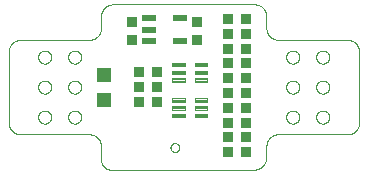
<source format=gtp>
G75*
%MOIN*%
%OFA0B0*%
%FSLAX25Y25*%
%IPPOS*%
%LPD*%
%AMOC8*
5,1,8,0,0,1.08239X$1,22.5*
%
%ADD10C,0.00000*%
%ADD11R,0.04724X0.04724*%
%ADD12R,0.03543X0.03543*%
%ADD13C,0.00394*%
%ADD14C,0.00004*%
%ADD15R,0.04724X0.02165*%
D10*
X0045791Y0032012D02*
X0045915Y0032010D01*
X0046038Y0032004D01*
X0046162Y0031995D01*
X0046284Y0031981D01*
X0046407Y0031964D01*
X0046529Y0031942D01*
X0046650Y0031917D01*
X0046770Y0031888D01*
X0046889Y0031856D01*
X0047008Y0031819D01*
X0047125Y0031779D01*
X0047240Y0031736D01*
X0047355Y0031688D01*
X0047467Y0031637D01*
X0047578Y0031583D01*
X0047688Y0031525D01*
X0047795Y0031464D01*
X0047901Y0031399D01*
X0048004Y0031331D01*
X0048105Y0031260D01*
X0048204Y0031186D01*
X0048301Y0031109D01*
X0048395Y0031028D01*
X0048486Y0030945D01*
X0048575Y0030859D01*
X0048661Y0030770D01*
X0048744Y0030679D01*
X0048825Y0030585D01*
X0048902Y0030488D01*
X0048976Y0030389D01*
X0049047Y0030288D01*
X0049115Y0030185D01*
X0049180Y0030079D01*
X0049241Y0029972D01*
X0049299Y0029862D01*
X0049353Y0029751D01*
X0049404Y0029639D01*
X0049452Y0029524D01*
X0049495Y0029409D01*
X0049535Y0029292D01*
X0049572Y0029173D01*
X0049604Y0029054D01*
X0049633Y0028934D01*
X0049658Y0028813D01*
X0049680Y0028691D01*
X0049697Y0028568D01*
X0049711Y0028446D01*
X0049720Y0028322D01*
X0049726Y0028199D01*
X0049728Y0028075D01*
X0049728Y0024138D01*
X0049713Y0024023D01*
X0049703Y0023907D01*
X0049696Y0023791D01*
X0049693Y0023675D01*
X0049694Y0023558D01*
X0049699Y0023442D01*
X0049708Y0023326D01*
X0049720Y0023211D01*
X0049737Y0023095D01*
X0049757Y0022981D01*
X0049781Y0022867D01*
X0049809Y0022754D01*
X0049841Y0022642D01*
X0049876Y0022532D01*
X0049915Y0022422D01*
X0049958Y0022314D01*
X0050004Y0022207D01*
X0050054Y0022102D01*
X0050108Y0021999D01*
X0050164Y0021897D01*
X0050224Y0021798D01*
X0050288Y0021700D01*
X0050354Y0021605D01*
X0050424Y0021512D01*
X0050497Y0021421D01*
X0050573Y0021333D01*
X0050652Y0021247D01*
X0050733Y0021164D01*
X0050818Y0021084D01*
X0050904Y0021007D01*
X0050994Y0020933D01*
X0051086Y0020861D01*
X0051180Y0020793D01*
X0051276Y0020728D01*
X0051375Y0020666D01*
X0051476Y0020608D01*
X0051578Y0020553D01*
X0051682Y0020501D01*
X0051788Y0020453D01*
X0051896Y0020409D01*
X0052005Y0020368D01*
X0052115Y0020331D01*
X0052226Y0020297D01*
X0052338Y0020268D01*
X0052452Y0020242D01*
X0052566Y0020219D01*
X0052681Y0020201D01*
X0099925Y0020201D01*
X0100056Y0020189D01*
X0100188Y0020180D01*
X0100320Y0020175D01*
X0100452Y0020174D01*
X0100584Y0020177D01*
X0100716Y0020184D01*
X0100848Y0020195D01*
X0100979Y0020210D01*
X0101110Y0020228D01*
X0101240Y0020251D01*
X0101369Y0020277D01*
X0101498Y0020307D01*
X0101625Y0020341D01*
X0101752Y0020379D01*
X0101877Y0020420D01*
X0102002Y0020465D01*
X0102124Y0020514D01*
X0102245Y0020566D01*
X0102365Y0020622D01*
X0102483Y0020682D01*
X0102599Y0020745D01*
X0102713Y0020811D01*
X0102825Y0020881D01*
X0102935Y0020954D01*
X0103043Y0021030D01*
X0103149Y0021110D01*
X0103252Y0021192D01*
X0103353Y0021278D01*
X0103451Y0021366D01*
X0103546Y0021457D01*
X0103639Y0021552D01*
X0103728Y0021648D01*
X0103815Y0021748D01*
X0103899Y0021850D01*
X0103980Y0021954D01*
X0104058Y0022061D01*
X0104132Y0022170D01*
X0104204Y0022281D01*
X0104272Y0022394D01*
X0104336Y0022510D01*
X0104397Y0022627D01*
X0104455Y0022745D01*
X0104509Y0022866D01*
X0104559Y0022988D01*
X0104606Y0023111D01*
X0104649Y0023236D01*
X0104689Y0023362D01*
X0104725Y0023489D01*
X0104756Y0023618D01*
X0104785Y0023747D01*
X0104809Y0023876D01*
X0104829Y0024007D01*
X0104846Y0024138D01*
X0104846Y0028075D01*
X0104848Y0028199D01*
X0104854Y0028322D01*
X0104863Y0028446D01*
X0104877Y0028568D01*
X0104894Y0028691D01*
X0104916Y0028813D01*
X0104941Y0028934D01*
X0104970Y0029054D01*
X0105002Y0029173D01*
X0105039Y0029292D01*
X0105079Y0029409D01*
X0105122Y0029524D01*
X0105170Y0029639D01*
X0105221Y0029751D01*
X0105275Y0029862D01*
X0105333Y0029972D01*
X0105394Y0030079D01*
X0105459Y0030185D01*
X0105527Y0030288D01*
X0105598Y0030389D01*
X0105672Y0030488D01*
X0105749Y0030585D01*
X0105830Y0030679D01*
X0105913Y0030770D01*
X0105999Y0030859D01*
X0106088Y0030945D01*
X0106179Y0031028D01*
X0106273Y0031109D01*
X0106370Y0031186D01*
X0106469Y0031260D01*
X0106570Y0031331D01*
X0106673Y0031399D01*
X0106779Y0031464D01*
X0106886Y0031525D01*
X0106996Y0031583D01*
X0107107Y0031637D01*
X0107219Y0031688D01*
X0107334Y0031736D01*
X0107449Y0031779D01*
X0107566Y0031819D01*
X0107685Y0031856D01*
X0107804Y0031888D01*
X0107924Y0031917D01*
X0108045Y0031942D01*
X0108167Y0031964D01*
X0108290Y0031981D01*
X0108412Y0031995D01*
X0108536Y0032004D01*
X0108659Y0032010D01*
X0108783Y0032012D01*
X0131815Y0032012D01*
X0131939Y0032014D01*
X0132062Y0032020D01*
X0132186Y0032029D01*
X0132308Y0032043D01*
X0132431Y0032060D01*
X0132553Y0032082D01*
X0132674Y0032107D01*
X0132794Y0032136D01*
X0132913Y0032168D01*
X0133032Y0032205D01*
X0133149Y0032245D01*
X0133264Y0032288D01*
X0133379Y0032336D01*
X0133491Y0032387D01*
X0133602Y0032441D01*
X0133712Y0032499D01*
X0133819Y0032560D01*
X0133925Y0032625D01*
X0134028Y0032693D01*
X0134129Y0032764D01*
X0134228Y0032838D01*
X0134325Y0032915D01*
X0134419Y0032996D01*
X0134510Y0033079D01*
X0134599Y0033165D01*
X0134685Y0033254D01*
X0134768Y0033345D01*
X0134849Y0033439D01*
X0134926Y0033536D01*
X0135000Y0033635D01*
X0135071Y0033736D01*
X0135139Y0033839D01*
X0135204Y0033945D01*
X0135265Y0034052D01*
X0135323Y0034162D01*
X0135377Y0034273D01*
X0135428Y0034385D01*
X0135476Y0034500D01*
X0135519Y0034615D01*
X0135559Y0034732D01*
X0135596Y0034851D01*
X0135628Y0034970D01*
X0135657Y0035090D01*
X0135682Y0035211D01*
X0135704Y0035333D01*
X0135721Y0035456D01*
X0135735Y0035578D01*
X0135744Y0035702D01*
X0135750Y0035825D01*
X0135752Y0035949D01*
X0135752Y0059571D01*
X0135750Y0059695D01*
X0135744Y0059818D01*
X0135735Y0059942D01*
X0135721Y0060064D01*
X0135704Y0060187D01*
X0135682Y0060309D01*
X0135657Y0060430D01*
X0135628Y0060550D01*
X0135596Y0060669D01*
X0135559Y0060788D01*
X0135519Y0060905D01*
X0135476Y0061020D01*
X0135428Y0061135D01*
X0135377Y0061247D01*
X0135323Y0061358D01*
X0135265Y0061468D01*
X0135204Y0061575D01*
X0135139Y0061681D01*
X0135071Y0061784D01*
X0135000Y0061885D01*
X0134926Y0061984D01*
X0134849Y0062081D01*
X0134768Y0062175D01*
X0134685Y0062266D01*
X0134599Y0062355D01*
X0134510Y0062441D01*
X0134419Y0062524D01*
X0134325Y0062605D01*
X0134228Y0062682D01*
X0134129Y0062756D01*
X0134028Y0062827D01*
X0133925Y0062895D01*
X0133819Y0062960D01*
X0133712Y0063021D01*
X0133602Y0063079D01*
X0133491Y0063133D01*
X0133379Y0063184D01*
X0133264Y0063232D01*
X0133149Y0063275D01*
X0133032Y0063315D01*
X0132913Y0063352D01*
X0132794Y0063384D01*
X0132674Y0063413D01*
X0132553Y0063438D01*
X0132431Y0063460D01*
X0132308Y0063477D01*
X0132186Y0063491D01*
X0132062Y0063500D01*
X0131939Y0063506D01*
X0131815Y0063508D01*
X0108783Y0063508D01*
X0108659Y0063510D01*
X0108536Y0063516D01*
X0108412Y0063525D01*
X0108290Y0063539D01*
X0108167Y0063556D01*
X0108045Y0063578D01*
X0107924Y0063603D01*
X0107804Y0063632D01*
X0107685Y0063664D01*
X0107566Y0063701D01*
X0107449Y0063741D01*
X0107334Y0063784D01*
X0107219Y0063832D01*
X0107107Y0063883D01*
X0106996Y0063937D01*
X0106886Y0063995D01*
X0106779Y0064056D01*
X0106673Y0064121D01*
X0106570Y0064189D01*
X0106469Y0064260D01*
X0106370Y0064334D01*
X0106273Y0064411D01*
X0106179Y0064492D01*
X0106088Y0064575D01*
X0105999Y0064661D01*
X0105913Y0064750D01*
X0105830Y0064841D01*
X0105749Y0064935D01*
X0105672Y0065032D01*
X0105598Y0065131D01*
X0105527Y0065232D01*
X0105459Y0065335D01*
X0105394Y0065441D01*
X0105333Y0065548D01*
X0105275Y0065658D01*
X0105221Y0065769D01*
X0105170Y0065881D01*
X0105122Y0065996D01*
X0105079Y0066111D01*
X0105039Y0066228D01*
X0105002Y0066347D01*
X0104970Y0066466D01*
X0104941Y0066586D01*
X0104916Y0066707D01*
X0104894Y0066829D01*
X0104877Y0066952D01*
X0104863Y0067074D01*
X0104854Y0067198D01*
X0104848Y0067321D01*
X0104846Y0067445D01*
X0104846Y0071382D01*
X0104844Y0071506D01*
X0104838Y0071629D01*
X0104829Y0071753D01*
X0104815Y0071875D01*
X0104798Y0071998D01*
X0104776Y0072120D01*
X0104751Y0072241D01*
X0104722Y0072361D01*
X0104690Y0072480D01*
X0104653Y0072599D01*
X0104613Y0072716D01*
X0104570Y0072831D01*
X0104522Y0072946D01*
X0104471Y0073058D01*
X0104417Y0073169D01*
X0104359Y0073279D01*
X0104298Y0073386D01*
X0104233Y0073492D01*
X0104165Y0073595D01*
X0104094Y0073696D01*
X0104020Y0073795D01*
X0103943Y0073892D01*
X0103862Y0073986D01*
X0103779Y0074077D01*
X0103693Y0074166D01*
X0103604Y0074252D01*
X0103513Y0074335D01*
X0103419Y0074416D01*
X0103322Y0074493D01*
X0103223Y0074567D01*
X0103122Y0074638D01*
X0103019Y0074706D01*
X0102913Y0074771D01*
X0102806Y0074832D01*
X0102696Y0074890D01*
X0102585Y0074944D01*
X0102473Y0074995D01*
X0102358Y0075043D01*
X0102243Y0075086D01*
X0102126Y0075126D01*
X0102007Y0075163D01*
X0101888Y0075195D01*
X0101768Y0075224D01*
X0101647Y0075249D01*
X0101525Y0075271D01*
X0101402Y0075288D01*
X0101280Y0075302D01*
X0101156Y0075311D01*
X0101033Y0075317D01*
X0100909Y0075319D01*
X0053665Y0075319D01*
X0053541Y0075317D01*
X0053418Y0075311D01*
X0053294Y0075302D01*
X0053172Y0075288D01*
X0053049Y0075271D01*
X0052927Y0075249D01*
X0052806Y0075224D01*
X0052686Y0075195D01*
X0052567Y0075163D01*
X0052448Y0075126D01*
X0052331Y0075086D01*
X0052216Y0075043D01*
X0052101Y0074995D01*
X0051989Y0074944D01*
X0051878Y0074890D01*
X0051768Y0074832D01*
X0051661Y0074771D01*
X0051555Y0074706D01*
X0051452Y0074638D01*
X0051351Y0074567D01*
X0051252Y0074493D01*
X0051155Y0074416D01*
X0051061Y0074335D01*
X0050970Y0074252D01*
X0050881Y0074166D01*
X0050795Y0074077D01*
X0050712Y0073986D01*
X0050631Y0073892D01*
X0050554Y0073795D01*
X0050480Y0073696D01*
X0050409Y0073595D01*
X0050341Y0073492D01*
X0050276Y0073386D01*
X0050215Y0073279D01*
X0050157Y0073169D01*
X0050103Y0073058D01*
X0050052Y0072946D01*
X0050004Y0072831D01*
X0049961Y0072716D01*
X0049921Y0072599D01*
X0049884Y0072480D01*
X0049852Y0072361D01*
X0049823Y0072241D01*
X0049798Y0072120D01*
X0049776Y0071998D01*
X0049759Y0071875D01*
X0049745Y0071753D01*
X0049736Y0071629D01*
X0049730Y0071506D01*
X0049728Y0071382D01*
X0049728Y0067445D01*
X0049726Y0067321D01*
X0049720Y0067198D01*
X0049711Y0067074D01*
X0049697Y0066952D01*
X0049680Y0066829D01*
X0049658Y0066707D01*
X0049633Y0066586D01*
X0049604Y0066466D01*
X0049572Y0066347D01*
X0049535Y0066228D01*
X0049495Y0066111D01*
X0049452Y0065996D01*
X0049404Y0065881D01*
X0049353Y0065769D01*
X0049299Y0065658D01*
X0049241Y0065548D01*
X0049180Y0065441D01*
X0049115Y0065335D01*
X0049047Y0065232D01*
X0048976Y0065131D01*
X0048902Y0065032D01*
X0048825Y0064935D01*
X0048744Y0064841D01*
X0048661Y0064750D01*
X0048575Y0064661D01*
X0048486Y0064575D01*
X0048395Y0064492D01*
X0048301Y0064411D01*
X0048204Y0064334D01*
X0048105Y0064260D01*
X0048004Y0064189D01*
X0047901Y0064121D01*
X0047795Y0064056D01*
X0047688Y0063995D01*
X0047578Y0063937D01*
X0047467Y0063883D01*
X0047355Y0063832D01*
X0047240Y0063784D01*
X0047125Y0063741D01*
X0047008Y0063701D01*
X0046889Y0063664D01*
X0046770Y0063632D01*
X0046650Y0063603D01*
X0046529Y0063578D01*
X0046407Y0063556D01*
X0046284Y0063539D01*
X0046162Y0063525D01*
X0046038Y0063516D01*
X0045915Y0063510D01*
X0045791Y0063508D01*
X0022898Y0063508D01*
X0022774Y0063506D01*
X0022651Y0063500D01*
X0022527Y0063491D01*
X0022405Y0063477D01*
X0022282Y0063460D01*
X0022160Y0063438D01*
X0022039Y0063413D01*
X0021919Y0063384D01*
X0021800Y0063352D01*
X0021681Y0063315D01*
X0021564Y0063275D01*
X0021449Y0063232D01*
X0021334Y0063184D01*
X0021222Y0063133D01*
X0021111Y0063079D01*
X0021001Y0063021D01*
X0020894Y0062960D01*
X0020788Y0062895D01*
X0020685Y0062827D01*
X0020584Y0062756D01*
X0020485Y0062682D01*
X0020388Y0062605D01*
X0020294Y0062524D01*
X0020203Y0062441D01*
X0020114Y0062355D01*
X0020028Y0062266D01*
X0019945Y0062175D01*
X0019864Y0062081D01*
X0019787Y0061984D01*
X0019713Y0061885D01*
X0019642Y0061784D01*
X0019574Y0061681D01*
X0019509Y0061575D01*
X0019448Y0061468D01*
X0019390Y0061358D01*
X0019336Y0061247D01*
X0019285Y0061135D01*
X0019237Y0061020D01*
X0019194Y0060905D01*
X0019154Y0060788D01*
X0019117Y0060669D01*
X0019085Y0060550D01*
X0019056Y0060430D01*
X0019031Y0060309D01*
X0019009Y0060187D01*
X0018992Y0060064D01*
X0018978Y0059942D01*
X0018969Y0059818D01*
X0018963Y0059695D01*
X0018961Y0059571D01*
X0018961Y0035949D01*
X0018963Y0035825D01*
X0018969Y0035702D01*
X0018978Y0035578D01*
X0018992Y0035456D01*
X0019009Y0035333D01*
X0019031Y0035211D01*
X0019056Y0035090D01*
X0019085Y0034970D01*
X0019117Y0034851D01*
X0019154Y0034732D01*
X0019194Y0034615D01*
X0019237Y0034500D01*
X0019285Y0034385D01*
X0019336Y0034273D01*
X0019390Y0034162D01*
X0019448Y0034052D01*
X0019509Y0033945D01*
X0019574Y0033839D01*
X0019642Y0033736D01*
X0019713Y0033635D01*
X0019787Y0033536D01*
X0019864Y0033439D01*
X0019945Y0033345D01*
X0020028Y0033254D01*
X0020114Y0033165D01*
X0020203Y0033079D01*
X0020294Y0032996D01*
X0020388Y0032915D01*
X0020485Y0032838D01*
X0020584Y0032764D01*
X0020685Y0032693D01*
X0020788Y0032625D01*
X0020894Y0032560D01*
X0021001Y0032499D01*
X0021111Y0032441D01*
X0021222Y0032387D01*
X0021334Y0032336D01*
X0021449Y0032288D01*
X0021564Y0032245D01*
X0021681Y0032205D01*
X0021800Y0032168D01*
X0021919Y0032136D01*
X0022039Y0032107D01*
X0022160Y0032082D01*
X0022282Y0032060D01*
X0022405Y0032043D01*
X0022527Y0032029D01*
X0022651Y0032020D01*
X0022774Y0032014D01*
X0022898Y0032012D01*
X0045791Y0032012D01*
X0038784Y0037760D02*
X0038786Y0037853D01*
X0038792Y0037945D01*
X0038802Y0038037D01*
X0038816Y0038128D01*
X0038833Y0038219D01*
X0038855Y0038309D01*
X0038880Y0038398D01*
X0038909Y0038486D01*
X0038942Y0038572D01*
X0038979Y0038657D01*
X0039019Y0038741D01*
X0039063Y0038822D01*
X0039110Y0038902D01*
X0039160Y0038980D01*
X0039214Y0039055D01*
X0039271Y0039128D01*
X0039331Y0039198D01*
X0039394Y0039266D01*
X0039460Y0039331D01*
X0039528Y0039393D01*
X0039599Y0039453D01*
X0039673Y0039509D01*
X0039749Y0039562D01*
X0039827Y0039611D01*
X0039907Y0039658D01*
X0039989Y0039700D01*
X0040073Y0039740D01*
X0040158Y0039775D01*
X0040245Y0039807D01*
X0040333Y0039836D01*
X0040422Y0039860D01*
X0040512Y0039881D01*
X0040603Y0039897D01*
X0040695Y0039910D01*
X0040787Y0039919D01*
X0040880Y0039924D01*
X0040972Y0039925D01*
X0041065Y0039922D01*
X0041157Y0039915D01*
X0041249Y0039904D01*
X0041340Y0039889D01*
X0041431Y0039871D01*
X0041521Y0039848D01*
X0041609Y0039822D01*
X0041697Y0039792D01*
X0041783Y0039758D01*
X0041867Y0039721D01*
X0041950Y0039679D01*
X0042031Y0039635D01*
X0042111Y0039587D01*
X0042188Y0039536D01*
X0042262Y0039481D01*
X0042335Y0039423D01*
X0042405Y0039363D01*
X0042472Y0039299D01*
X0042536Y0039233D01*
X0042598Y0039163D01*
X0042656Y0039092D01*
X0042711Y0039018D01*
X0042763Y0038941D01*
X0042812Y0038862D01*
X0042858Y0038782D01*
X0042900Y0038699D01*
X0042938Y0038615D01*
X0042973Y0038529D01*
X0043004Y0038442D01*
X0043031Y0038354D01*
X0043054Y0038264D01*
X0043074Y0038174D01*
X0043090Y0038083D01*
X0043102Y0037991D01*
X0043110Y0037899D01*
X0043114Y0037806D01*
X0043114Y0037714D01*
X0043110Y0037621D01*
X0043102Y0037529D01*
X0043090Y0037437D01*
X0043074Y0037346D01*
X0043054Y0037256D01*
X0043031Y0037166D01*
X0043004Y0037078D01*
X0042973Y0036991D01*
X0042938Y0036905D01*
X0042900Y0036821D01*
X0042858Y0036738D01*
X0042812Y0036658D01*
X0042763Y0036579D01*
X0042711Y0036502D01*
X0042656Y0036428D01*
X0042598Y0036357D01*
X0042536Y0036287D01*
X0042472Y0036221D01*
X0042405Y0036157D01*
X0042335Y0036097D01*
X0042262Y0036039D01*
X0042188Y0035984D01*
X0042111Y0035933D01*
X0042032Y0035885D01*
X0041950Y0035841D01*
X0041867Y0035799D01*
X0041783Y0035762D01*
X0041697Y0035728D01*
X0041609Y0035698D01*
X0041521Y0035672D01*
X0041431Y0035649D01*
X0041340Y0035631D01*
X0041249Y0035616D01*
X0041157Y0035605D01*
X0041065Y0035598D01*
X0040972Y0035595D01*
X0040880Y0035596D01*
X0040787Y0035601D01*
X0040695Y0035610D01*
X0040603Y0035623D01*
X0040512Y0035639D01*
X0040422Y0035660D01*
X0040333Y0035684D01*
X0040245Y0035713D01*
X0040158Y0035745D01*
X0040073Y0035780D01*
X0039989Y0035820D01*
X0039907Y0035862D01*
X0039827Y0035909D01*
X0039749Y0035958D01*
X0039673Y0036011D01*
X0039599Y0036067D01*
X0039528Y0036127D01*
X0039460Y0036189D01*
X0039394Y0036254D01*
X0039331Y0036322D01*
X0039271Y0036392D01*
X0039214Y0036465D01*
X0039160Y0036540D01*
X0039110Y0036618D01*
X0039063Y0036698D01*
X0039019Y0036779D01*
X0038979Y0036863D01*
X0038942Y0036948D01*
X0038909Y0037034D01*
X0038880Y0037122D01*
X0038855Y0037211D01*
X0038833Y0037301D01*
X0038816Y0037392D01*
X0038802Y0037483D01*
X0038792Y0037575D01*
X0038786Y0037667D01*
X0038784Y0037760D01*
X0028784Y0037760D02*
X0028786Y0037853D01*
X0028792Y0037945D01*
X0028802Y0038037D01*
X0028816Y0038128D01*
X0028833Y0038219D01*
X0028855Y0038309D01*
X0028880Y0038398D01*
X0028909Y0038486D01*
X0028942Y0038572D01*
X0028979Y0038657D01*
X0029019Y0038741D01*
X0029063Y0038822D01*
X0029110Y0038902D01*
X0029160Y0038980D01*
X0029214Y0039055D01*
X0029271Y0039128D01*
X0029331Y0039198D01*
X0029394Y0039266D01*
X0029460Y0039331D01*
X0029528Y0039393D01*
X0029599Y0039453D01*
X0029673Y0039509D01*
X0029749Y0039562D01*
X0029827Y0039611D01*
X0029907Y0039658D01*
X0029989Y0039700D01*
X0030073Y0039740D01*
X0030158Y0039775D01*
X0030245Y0039807D01*
X0030333Y0039836D01*
X0030422Y0039860D01*
X0030512Y0039881D01*
X0030603Y0039897D01*
X0030695Y0039910D01*
X0030787Y0039919D01*
X0030880Y0039924D01*
X0030972Y0039925D01*
X0031065Y0039922D01*
X0031157Y0039915D01*
X0031249Y0039904D01*
X0031340Y0039889D01*
X0031431Y0039871D01*
X0031521Y0039848D01*
X0031609Y0039822D01*
X0031697Y0039792D01*
X0031783Y0039758D01*
X0031867Y0039721D01*
X0031950Y0039679D01*
X0032031Y0039635D01*
X0032111Y0039587D01*
X0032188Y0039536D01*
X0032262Y0039481D01*
X0032335Y0039423D01*
X0032405Y0039363D01*
X0032472Y0039299D01*
X0032536Y0039233D01*
X0032598Y0039163D01*
X0032656Y0039092D01*
X0032711Y0039018D01*
X0032763Y0038941D01*
X0032812Y0038862D01*
X0032858Y0038782D01*
X0032900Y0038699D01*
X0032938Y0038615D01*
X0032973Y0038529D01*
X0033004Y0038442D01*
X0033031Y0038354D01*
X0033054Y0038264D01*
X0033074Y0038174D01*
X0033090Y0038083D01*
X0033102Y0037991D01*
X0033110Y0037899D01*
X0033114Y0037806D01*
X0033114Y0037714D01*
X0033110Y0037621D01*
X0033102Y0037529D01*
X0033090Y0037437D01*
X0033074Y0037346D01*
X0033054Y0037256D01*
X0033031Y0037166D01*
X0033004Y0037078D01*
X0032973Y0036991D01*
X0032938Y0036905D01*
X0032900Y0036821D01*
X0032858Y0036738D01*
X0032812Y0036658D01*
X0032763Y0036579D01*
X0032711Y0036502D01*
X0032656Y0036428D01*
X0032598Y0036357D01*
X0032536Y0036287D01*
X0032472Y0036221D01*
X0032405Y0036157D01*
X0032335Y0036097D01*
X0032262Y0036039D01*
X0032188Y0035984D01*
X0032111Y0035933D01*
X0032032Y0035885D01*
X0031950Y0035841D01*
X0031867Y0035799D01*
X0031783Y0035762D01*
X0031697Y0035728D01*
X0031609Y0035698D01*
X0031521Y0035672D01*
X0031431Y0035649D01*
X0031340Y0035631D01*
X0031249Y0035616D01*
X0031157Y0035605D01*
X0031065Y0035598D01*
X0030972Y0035595D01*
X0030880Y0035596D01*
X0030787Y0035601D01*
X0030695Y0035610D01*
X0030603Y0035623D01*
X0030512Y0035639D01*
X0030422Y0035660D01*
X0030333Y0035684D01*
X0030245Y0035713D01*
X0030158Y0035745D01*
X0030073Y0035780D01*
X0029989Y0035820D01*
X0029907Y0035862D01*
X0029827Y0035909D01*
X0029749Y0035958D01*
X0029673Y0036011D01*
X0029599Y0036067D01*
X0029528Y0036127D01*
X0029460Y0036189D01*
X0029394Y0036254D01*
X0029331Y0036322D01*
X0029271Y0036392D01*
X0029214Y0036465D01*
X0029160Y0036540D01*
X0029110Y0036618D01*
X0029063Y0036698D01*
X0029019Y0036779D01*
X0028979Y0036863D01*
X0028942Y0036948D01*
X0028909Y0037034D01*
X0028880Y0037122D01*
X0028855Y0037211D01*
X0028833Y0037301D01*
X0028816Y0037392D01*
X0028802Y0037483D01*
X0028792Y0037575D01*
X0028786Y0037667D01*
X0028784Y0037760D01*
X0028784Y0047760D02*
X0028786Y0047853D01*
X0028792Y0047945D01*
X0028802Y0048037D01*
X0028816Y0048128D01*
X0028833Y0048219D01*
X0028855Y0048309D01*
X0028880Y0048398D01*
X0028909Y0048486D01*
X0028942Y0048572D01*
X0028979Y0048657D01*
X0029019Y0048741D01*
X0029063Y0048822D01*
X0029110Y0048902D01*
X0029160Y0048980D01*
X0029214Y0049055D01*
X0029271Y0049128D01*
X0029331Y0049198D01*
X0029394Y0049266D01*
X0029460Y0049331D01*
X0029528Y0049393D01*
X0029599Y0049453D01*
X0029673Y0049509D01*
X0029749Y0049562D01*
X0029827Y0049611D01*
X0029907Y0049658D01*
X0029989Y0049700D01*
X0030073Y0049740D01*
X0030158Y0049775D01*
X0030245Y0049807D01*
X0030333Y0049836D01*
X0030422Y0049860D01*
X0030512Y0049881D01*
X0030603Y0049897D01*
X0030695Y0049910D01*
X0030787Y0049919D01*
X0030880Y0049924D01*
X0030972Y0049925D01*
X0031065Y0049922D01*
X0031157Y0049915D01*
X0031249Y0049904D01*
X0031340Y0049889D01*
X0031431Y0049871D01*
X0031521Y0049848D01*
X0031609Y0049822D01*
X0031697Y0049792D01*
X0031783Y0049758D01*
X0031867Y0049721D01*
X0031950Y0049679D01*
X0032031Y0049635D01*
X0032111Y0049587D01*
X0032188Y0049536D01*
X0032262Y0049481D01*
X0032335Y0049423D01*
X0032405Y0049363D01*
X0032472Y0049299D01*
X0032536Y0049233D01*
X0032598Y0049163D01*
X0032656Y0049092D01*
X0032711Y0049018D01*
X0032763Y0048941D01*
X0032812Y0048862D01*
X0032858Y0048782D01*
X0032900Y0048699D01*
X0032938Y0048615D01*
X0032973Y0048529D01*
X0033004Y0048442D01*
X0033031Y0048354D01*
X0033054Y0048264D01*
X0033074Y0048174D01*
X0033090Y0048083D01*
X0033102Y0047991D01*
X0033110Y0047899D01*
X0033114Y0047806D01*
X0033114Y0047714D01*
X0033110Y0047621D01*
X0033102Y0047529D01*
X0033090Y0047437D01*
X0033074Y0047346D01*
X0033054Y0047256D01*
X0033031Y0047166D01*
X0033004Y0047078D01*
X0032973Y0046991D01*
X0032938Y0046905D01*
X0032900Y0046821D01*
X0032858Y0046738D01*
X0032812Y0046658D01*
X0032763Y0046579D01*
X0032711Y0046502D01*
X0032656Y0046428D01*
X0032598Y0046357D01*
X0032536Y0046287D01*
X0032472Y0046221D01*
X0032405Y0046157D01*
X0032335Y0046097D01*
X0032262Y0046039D01*
X0032188Y0045984D01*
X0032111Y0045933D01*
X0032032Y0045885D01*
X0031950Y0045841D01*
X0031867Y0045799D01*
X0031783Y0045762D01*
X0031697Y0045728D01*
X0031609Y0045698D01*
X0031521Y0045672D01*
X0031431Y0045649D01*
X0031340Y0045631D01*
X0031249Y0045616D01*
X0031157Y0045605D01*
X0031065Y0045598D01*
X0030972Y0045595D01*
X0030880Y0045596D01*
X0030787Y0045601D01*
X0030695Y0045610D01*
X0030603Y0045623D01*
X0030512Y0045639D01*
X0030422Y0045660D01*
X0030333Y0045684D01*
X0030245Y0045713D01*
X0030158Y0045745D01*
X0030073Y0045780D01*
X0029989Y0045820D01*
X0029907Y0045862D01*
X0029827Y0045909D01*
X0029749Y0045958D01*
X0029673Y0046011D01*
X0029599Y0046067D01*
X0029528Y0046127D01*
X0029460Y0046189D01*
X0029394Y0046254D01*
X0029331Y0046322D01*
X0029271Y0046392D01*
X0029214Y0046465D01*
X0029160Y0046540D01*
X0029110Y0046618D01*
X0029063Y0046698D01*
X0029019Y0046779D01*
X0028979Y0046863D01*
X0028942Y0046948D01*
X0028909Y0047034D01*
X0028880Y0047122D01*
X0028855Y0047211D01*
X0028833Y0047301D01*
X0028816Y0047392D01*
X0028802Y0047483D01*
X0028792Y0047575D01*
X0028786Y0047667D01*
X0028784Y0047760D01*
X0038784Y0047760D02*
X0038786Y0047853D01*
X0038792Y0047945D01*
X0038802Y0048037D01*
X0038816Y0048128D01*
X0038833Y0048219D01*
X0038855Y0048309D01*
X0038880Y0048398D01*
X0038909Y0048486D01*
X0038942Y0048572D01*
X0038979Y0048657D01*
X0039019Y0048741D01*
X0039063Y0048822D01*
X0039110Y0048902D01*
X0039160Y0048980D01*
X0039214Y0049055D01*
X0039271Y0049128D01*
X0039331Y0049198D01*
X0039394Y0049266D01*
X0039460Y0049331D01*
X0039528Y0049393D01*
X0039599Y0049453D01*
X0039673Y0049509D01*
X0039749Y0049562D01*
X0039827Y0049611D01*
X0039907Y0049658D01*
X0039989Y0049700D01*
X0040073Y0049740D01*
X0040158Y0049775D01*
X0040245Y0049807D01*
X0040333Y0049836D01*
X0040422Y0049860D01*
X0040512Y0049881D01*
X0040603Y0049897D01*
X0040695Y0049910D01*
X0040787Y0049919D01*
X0040880Y0049924D01*
X0040972Y0049925D01*
X0041065Y0049922D01*
X0041157Y0049915D01*
X0041249Y0049904D01*
X0041340Y0049889D01*
X0041431Y0049871D01*
X0041521Y0049848D01*
X0041609Y0049822D01*
X0041697Y0049792D01*
X0041783Y0049758D01*
X0041867Y0049721D01*
X0041950Y0049679D01*
X0042031Y0049635D01*
X0042111Y0049587D01*
X0042188Y0049536D01*
X0042262Y0049481D01*
X0042335Y0049423D01*
X0042405Y0049363D01*
X0042472Y0049299D01*
X0042536Y0049233D01*
X0042598Y0049163D01*
X0042656Y0049092D01*
X0042711Y0049018D01*
X0042763Y0048941D01*
X0042812Y0048862D01*
X0042858Y0048782D01*
X0042900Y0048699D01*
X0042938Y0048615D01*
X0042973Y0048529D01*
X0043004Y0048442D01*
X0043031Y0048354D01*
X0043054Y0048264D01*
X0043074Y0048174D01*
X0043090Y0048083D01*
X0043102Y0047991D01*
X0043110Y0047899D01*
X0043114Y0047806D01*
X0043114Y0047714D01*
X0043110Y0047621D01*
X0043102Y0047529D01*
X0043090Y0047437D01*
X0043074Y0047346D01*
X0043054Y0047256D01*
X0043031Y0047166D01*
X0043004Y0047078D01*
X0042973Y0046991D01*
X0042938Y0046905D01*
X0042900Y0046821D01*
X0042858Y0046738D01*
X0042812Y0046658D01*
X0042763Y0046579D01*
X0042711Y0046502D01*
X0042656Y0046428D01*
X0042598Y0046357D01*
X0042536Y0046287D01*
X0042472Y0046221D01*
X0042405Y0046157D01*
X0042335Y0046097D01*
X0042262Y0046039D01*
X0042188Y0045984D01*
X0042111Y0045933D01*
X0042032Y0045885D01*
X0041950Y0045841D01*
X0041867Y0045799D01*
X0041783Y0045762D01*
X0041697Y0045728D01*
X0041609Y0045698D01*
X0041521Y0045672D01*
X0041431Y0045649D01*
X0041340Y0045631D01*
X0041249Y0045616D01*
X0041157Y0045605D01*
X0041065Y0045598D01*
X0040972Y0045595D01*
X0040880Y0045596D01*
X0040787Y0045601D01*
X0040695Y0045610D01*
X0040603Y0045623D01*
X0040512Y0045639D01*
X0040422Y0045660D01*
X0040333Y0045684D01*
X0040245Y0045713D01*
X0040158Y0045745D01*
X0040073Y0045780D01*
X0039989Y0045820D01*
X0039907Y0045862D01*
X0039827Y0045909D01*
X0039749Y0045958D01*
X0039673Y0046011D01*
X0039599Y0046067D01*
X0039528Y0046127D01*
X0039460Y0046189D01*
X0039394Y0046254D01*
X0039331Y0046322D01*
X0039271Y0046392D01*
X0039214Y0046465D01*
X0039160Y0046540D01*
X0039110Y0046618D01*
X0039063Y0046698D01*
X0039019Y0046779D01*
X0038979Y0046863D01*
X0038942Y0046948D01*
X0038909Y0047034D01*
X0038880Y0047122D01*
X0038855Y0047211D01*
X0038833Y0047301D01*
X0038816Y0047392D01*
X0038802Y0047483D01*
X0038792Y0047575D01*
X0038786Y0047667D01*
X0038784Y0047760D01*
X0038784Y0057760D02*
X0038786Y0057853D01*
X0038792Y0057945D01*
X0038802Y0058037D01*
X0038816Y0058128D01*
X0038833Y0058219D01*
X0038855Y0058309D01*
X0038880Y0058398D01*
X0038909Y0058486D01*
X0038942Y0058572D01*
X0038979Y0058657D01*
X0039019Y0058741D01*
X0039063Y0058822D01*
X0039110Y0058902D01*
X0039160Y0058980D01*
X0039214Y0059055D01*
X0039271Y0059128D01*
X0039331Y0059198D01*
X0039394Y0059266D01*
X0039460Y0059331D01*
X0039528Y0059393D01*
X0039599Y0059453D01*
X0039673Y0059509D01*
X0039749Y0059562D01*
X0039827Y0059611D01*
X0039907Y0059658D01*
X0039989Y0059700D01*
X0040073Y0059740D01*
X0040158Y0059775D01*
X0040245Y0059807D01*
X0040333Y0059836D01*
X0040422Y0059860D01*
X0040512Y0059881D01*
X0040603Y0059897D01*
X0040695Y0059910D01*
X0040787Y0059919D01*
X0040880Y0059924D01*
X0040972Y0059925D01*
X0041065Y0059922D01*
X0041157Y0059915D01*
X0041249Y0059904D01*
X0041340Y0059889D01*
X0041431Y0059871D01*
X0041521Y0059848D01*
X0041609Y0059822D01*
X0041697Y0059792D01*
X0041783Y0059758D01*
X0041867Y0059721D01*
X0041950Y0059679D01*
X0042031Y0059635D01*
X0042111Y0059587D01*
X0042188Y0059536D01*
X0042262Y0059481D01*
X0042335Y0059423D01*
X0042405Y0059363D01*
X0042472Y0059299D01*
X0042536Y0059233D01*
X0042598Y0059163D01*
X0042656Y0059092D01*
X0042711Y0059018D01*
X0042763Y0058941D01*
X0042812Y0058862D01*
X0042858Y0058782D01*
X0042900Y0058699D01*
X0042938Y0058615D01*
X0042973Y0058529D01*
X0043004Y0058442D01*
X0043031Y0058354D01*
X0043054Y0058264D01*
X0043074Y0058174D01*
X0043090Y0058083D01*
X0043102Y0057991D01*
X0043110Y0057899D01*
X0043114Y0057806D01*
X0043114Y0057714D01*
X0043110Y0057621D01*
X0043102Y0057529D01*
X0043090Y0057437D01*
X0043074Y0057346D01*
X0043054Y0057256D01*
X0043031Y0057166D01*
X0043004Y0057078D01*
X0042973Y0056991D01*
X0042938Y0056905D01*
X0042900Y0056821D01*
X0042858Y0056738D01*
X0042812Y0056658D01*
X0042763Y0056579D01*
X0042711Y0056502D01*
X0042656Y0056428D01*
X0042598Y0056357D01*
X0042536Y0056287D01*
X0042472Y0056221D01*
X0042405Y0056157D01*
X0042335Y0056097D01*
X0042262Y0056039D01*
X0042188Y0055984D01*
X0042111Y0055933D01*
X0042032Y0055885D01*
X0041950Y0055841D01*
X0041867Y0055799D01*
X0041783Y0055762D01*
X0041697Y0055728D01*
X0041609Y0055698D01*
X0041521Y0055672D01*
X0041431Y0055649D01*
X0041340Y0055631D01*
X0041249Y0055616D01*
X0041157Y0055605D01*
X0041065Y0055598D01*
X0040972Y0055595D01*
X0040880Y0055596D01*
X0040787Y0055601D01*
X0040695Y0055610D01*
X0040603Y0055623D01*
X0040512Y0055639D01*
X0040422Y0055660D01*
X0040333Y0055684D01*
X0040245Y0055713D01*
X0040158Y0055745D01*
X0040073Y0055780D01*
X0039989Y0055820D01*
X0039907Y0055862D01*
X0039827Y0055909D01*
X0039749Y0055958D01*
X0039673Y0056011D01*
X0039599Y0056067D01*
X0039528Y0056127D01*
X0039460Y0056189D01*
X0039394Y0056254D01*
X0039331Y0056322D01*
X0039271Y0056392D01*
X0039214Y0056465D01*
X0039160Y0056540D01*
X0039110Y0056618D01*
X0039063Y0056698D01*
X0039019Y0056779D01*
X0038979Y0056863D01*
X0038942Y0056948D01*
X0038909Y0057034D01*
X0038880Y0057122D01*
X0038855Y0057211D01*
X0038833Y0057301D01*
X0038816Y0057392D01*
X0038802Y0057483D01*
X0038792Y0057575D01*
X0038786Y0057667D01*
X0038784Y0057760D01*
X0028784Y0057760D02*
X0028786Y0057853D01*
X0028792Y0057945D01*
X0028802Y0058037D01*
X0028816Y0058128D01*
X0028833Y0058219D01*
X0028855Y0058309D01*
X0028880Y0058398D01*
X0028909Y0058486D01*
X0028942Y0058572D01*
X0028979Y0058657D01*
X0029019Y0058741D01*
X0029063Y0058822D01*
X0029110Y0058902D01*
X0029160Y0058980D01*
X0029214Y0059055D01*
X0029271Y0059128D01*
X0029331Y0059198D01*
X0029394Y0059266D01*
X0029460Y0059331D01*
X0029528Y0059393D01*
X0029599Y0059453D01*
X0029673Y0059509D01*
X0029749Y0059562D01*
X0029827Y0059611D01*
X0029907Y0059658D01*
X0029989Y0059700D01*
X0030073Y0059740D01*
X0030158Y0059775D01*
X0030245Y0059807D01*
X0030333Y0059836D01*
X0030422Y0059860D01*
X0030512Y0059881D01*
X0030603Y0059897D01*
X0030695Y0059910D01*
X0030787Y0059919D01*
X0030880Y0059924D01*
X0030972Y0059925D01*
X0031065Y0059922D01*
X0031157Y0059915D01*
X0031249Y0059904D01*
X0031340Y0059889D01*
X0031431Y0059871D01*
X0031521Y0059848D01*
X0031609Y0059822D01*
X0031697Y0059792D01*
X0031783Y0059758D01*
X0031867Y0059721D01*
X0031950Y0059679D01*
X0032031Y0059635D01*
X0032111Y0059587D01*
X0032188Y0059536D01*
X0032262Y0059481D01*
X0032335Y0059423D01*
X0032405Y0059363D01*
X0032472Y0059299D01*
X0032536Y0059233D01*
X0032598Y0059163D01*
X0032656Y0059092D01*
X0032711Y0059018D01*
X0032763Y0058941D01*
X0032812Y0058862D01*
X0032858Y0058782D01*
X0032900Y0058699D01*
X0032938Y0058615D01*
X0032973Y0058529D01*
X0033004Y0058442D01*
X0033031Y0058354D01*
X0033054Y0058264D01*
X0033074Y0058174D01*
X0033090Y0058083D01*
X0033102Y0057991D01*
X0033110Y0057899D01*
X0033114Y0057806D01*
X0033114Y0057714D01*
X0033110Y0057621D01*
X0033102Y0057529D01*
X0033090Y0057437D01*
X0033074Y0057346D01*
X0033054Y0057256D01*
X0033031Y0057166D01*
X0033004Y0057078D01*
X0032973Y0056991D01*
X0032938Y0056905D01*
X0032900Y0056821D01*
X0032858Y0056738D01*
X0032812Y0056658D01*
X0032763Y0056579D01*
X0032711Y0056502D01*
X0032656Y0056428D01*
X0032598Y0056357D01*
X0032536Y0056287D01*
X0032472Y0056221D01*
X0032405Y0056157D01*
X0032335Y0056097D01*
X0032262Y0056039D01*
X0032188Y0055984D01*
X0032111Y0055933D01*
X0032032Y0055885D01*
X0031950Y0055841D01*
X0031867Y0055799D01*
X0031783Y0055762D01*
X0031697Y0055728D01*
X0031609Y0055698D01*
X0031521Y0055672D01*
X0031431Y0055649D01*
X0031340Y0055631D01*
X0031249Y0055616D01*
X0031157Y0055605D01*
X0031065Y0055598D01*
X0030972Y0055595D01*
X0030880Y0055596D01*
X0030787Y0055601D01*
X0030695Y0055610D01*
X0030603Y0055623D01*
X0030512Y0055639D01*
X0030422Y0055660D01*
X0030333Y0055684D01*
X0030245Y0055713D01*
X0030158Y0055745D01*
X0030073Y0055780D01*
X0029989Y0055820D01*
X0029907Y0055862D01*
X0029827Y0055909D01*
X0029749Y0055958D01*
X0029673Y0056011D01*
X0029599Y0056067D01*
X0029528Y0056127D01*
X0029460Y0056189D01*
X0029394Y0056254D01*
X0029331Y0056322D01*
X0029271Y0056392D01*
X0029214Y0056465D01*
X0029160Y0056540D01*
X0029110Y0056618D01*
X0029063Y0056698D01*
X0029019Y0056779D01*
X0028979Y0056863D01*
X0028942Y0056948D01*
X0028909Y0057034D01*
X0028880Y0057122D01*
X0028855Y0057211D01*
X0028833Y0057301D01*
X0028816Y0057392D01*
X0028802Y0057483D01*
X0028792Y0057575D01*
X0028786Y0057667D01*
X0028784Y0057760D01*
X0111461Y0057760D02*
X0111463Y0057853D01*
X0111469Y0057945D01*
X0111479Y0058037D01*
X0111493Y0058128D01*
X0111510Y0058219D01*
X0111532Y0058309D01*
X0111557Y0058398D01*
X0111586Y0058486D01*
X0111619Y0058572D01*
X0111656Y0058657D01*
X0111696Y0058741D01*
X0111740Y0058822D01*
X0111787Y0058902D01*
X0111837Y0058980D01*
X0111891Y0059055D01*
X0111948Y0059128D01*
X0112008Y0059198D01*
X0112071Y0059266D01*
X0112137Y0059331D01*
X0112205Y0059393D01*
X0112276Y0059453D01*
X0112350Y0059509D01*
X0112426Y0059562D01*
X0112504Y0059611D01*
X0112584Y0059658D01*
X0112666Y0059700D01*
X0112750Y0059740D01*
X0112835Y0059775D01*
X0112922Y0059807D01*
X0113010Y0059836D01*
X0113099Y0059860D01*
X0113189Y0059881D01*
X0113280Y0059897D01*
X0113372Y0059910D01*
X0113464Y0059919D01*
X0113557Y0059924D01*
X0113649Y0059925D01*
X0113742Y0059922D01*
X0113834Y0059915D01*
X0113926Y0059904D01*
X0114017Y0059889D01*
X0114108Y0059871D01*
X0114198Y0059848D01*
X0114286Y0059822D01*
X0114374Y0059792D01*
X0114460Y0059758D01*
X0114544Y0059721D01*
X0114627Y0059679D01*
X0114708Y0059635D01*
X0114788Y0059587D01*
X0114865Y0059536D01*
X0114939Y0059481D01*
X0115012Y0059423D01*
X0115082Y0059363D01*
X0115149Y0059299D01*
X0115213Y0059233D01*
X0115275Y0059163D01*
X0115333Y0059092D01*
X0115388Y0059018D01*
X0115440Y0058941D01*
X0115489Y0058862D01*
X0115535Y0058782D01*
X0115577Y0058699D01*
X0115615Y0058615D01*
X0115650Y0058529D01*
X0115681Y0058442D01*
X0115708Y0058354D01*
X0115731Y0058264D01*
X0115751Y0058174D01*
X0115767Y0058083D01*
X0115779Y0057991D01*
X0115787Y0057899D01*
X0115791Y0057806D01*
X0115791Y0057714D01*
X0115787Y0057621D01*
X0115779Y0057529D01*
X0115767Y0057437D01*
X0115751Y0057346D01*
X0115731Y0057256D01*
X0115708Y0057166D01*
X0115681Y0057078D01*
X0115650Y0056991D01*
X0115615Y0056905D01*
X0115577Y0056821D01*
X0115535Y0056738D01*
X0115489Y0056658D01*
X0115440Y0056579D01*
X0115388Y0056502D01*
X0115333Y0056428D01*
X0115275Y0056357D01*
X0115213Y0056287D01*
X0115149Y0056221D01*
X0115082Y0056157D01*
X0115012Y0056097D01*
X0114939Y0056039D01*
X0114865Y0055984D01*
X0114788Y0055933D01*
X0114709Y0055885D01*
X0114627Y0055841D01*
X0114544Y0055799D01*
X0114460Y0055762D01*
X0114374Y0055728D01*
X0114286Y0055698D01*
X0114198Y0055672D01*
X0114108Y0055649D01*
X0114017Y0055631D01*
X0113926Y0055616D01*
X0113834Y0055605D01*
X0113742Y0055598D01*
X0113649Y0055595D01*
X0113557Y0055596D01*
X0113464Y0055601D01*
X0113372Y0055610D01*
X0113280Y0055623D01*
X0113189Y0055639D01*
X0113099Y0055660D01*
X0113010Y0055684D01*
X0112922Y0055713D01*
X0112835Y0055745D01*
X0112750Y0055780D01*
X0112666Y0055820D01*
X0112584Y0055862D01*
X0112504Y0055909D01*
X0112426Y0055958D01*
X0112350Y0056011D01*
X0112276Y0056067D01*
X0112205Y0056127D01*
X0112137Y0056189D01*
X0112071Y0056254D01*
X0112008Y0056322D01*
X0111948Y0056392D01*
X0111891Y0056465D01*
X0111837Y0056540D01*
X0111787Y0056618D01*
X0111740Y0056698D01*
X0111696Y0056779D01*
X0111656Y0056863D01*
X0111619Y0056948D01*
X0111586Y0057034D01*
X0111557Y0057122D01*
X0111532Y0057211D01*
X0111510Y0057301D01*
X0111493Y0057392D01*
X0111479Y0057483D01*
X0111469Y0057575D01*
X0111463Y0057667D01*
X0111461Y0057760D01*
X0121461Y0057760D02*
X0121463Y0057853D01*
X0121469Y0057945D01*
X0121479Y0058037D01*
X0121493Y0058128D01*
X0121510Y0058219D01*
X0121532Y0058309D01*
X0121557Y0058398D01*
X0121586Y0058486D01*
X0121619Y0058572D01*
X0121656Y0058657D01*
X0121696Y0058741D01*
X0121740Y0058822D01*
X0121787Y0058902D01*
X0121837Y0058980D01*
X0121891Y0059055D01*
X0121948Y0059128D01*
X0122008Y0059198D01*
X0122071Y0059266D01*
X0122137Y0059331D01*
X0122205Y0059393D01*
X0122276Y0059453D01*
X0122350Y0059509D01*
X0122426Y0059562D01*
X0122504Y0059611D01*
X0122584Y0059658D01*
X0122666Y0059700D01*
X0122750Y0059740D01*
X0122835Y0059775D01*
X0122922Y0059807D01*
X0123010Y0059836D01*
X0123099Y0059860D01*
X0123189Y0059881D01*
X0123280Y0059897D01*
X0123372Y0059910D01*
X0123464Y0059919D01*
X0123557Y0059924D01*
X0123649Y0059925D01*
X0123742Y0059922D01*
X0123834Y0059915D01*
X0123926Y0059904D01*
X0124017Y0059889D01*
X0124108Y0059871D01*
X0124198Y0059848D01*
X0124286Y0059822D01*
X0124374Y0059792D01*
X0124460Y0059758D01*
X0124544Y0059721D01*
X0124627Y0059679D01*
X0124708Y0059635D01*
X0124788Y0059587D01*
X0124865Y0059536D01*
X0124939Y0059481D01*
X0125012Y0059423D01*
X0125082Y0059363D01*
X0125149Y0059299D01*
X0125213Y0059233D01*
X0125275Y0059163D01*
X0125333Y0059092D01*
X0125388Y0059018D01*
X0125440Y0058941D01*
X0125489Y0058862D01*
X0125535Y0058782D01*
X0125577Y0058699D01*
X0125615Y0058615D01*
X0125650Y0058529D01*
X0125681Y0058442D01*
X0125708Y0058354D01*
X0125731Y0058264D01*
X0125751Y0058174D01*
X0125767Y0058083D01*
X0125779Y0057991D01*
X0125787Y0057899D01*
X0125791Y0057806D01*
X0125791Y0057714D01*
X0125787Y0057621D01*
X0125779Y0057529D01*
X0125767Y0057437D01*
X0125751Y0057346D01*
X0125731Y0057256D01*
X0125708Y0057166D01*
X0125681Y0057078D01*
X0125650Y0056991D01*
X0125615Y0056905D01*
X0125577Y0056821D01*
X0125535Y0056738D01*
X0125489Y0056658D01*
X0125440Y0056579D01*
X0125388Y0056502D01*
X0125333Y0056428D01*
X0125275Y0056357D01*
X0125213Y0056287D01*
X0125149Y0056221D01*
X0125082Y0056157D01*
X0125012Y0056097D01*
X0124939Y0056039D01*
X0124865Y0055984D01*
X0124788Y0055933D01*
X0124709Y0055885D01*
X0124627Y0055841D01*
X0124544Y0055799D01*
X0124460Y0055762D01*
X0124374Y0055728D01*
X0124286Y0055698D01*
X0124198Y0055672D01*
X0124108Y0055649D01*
X0124017Y0055631D01*
X0123926Y0055616D01*
X0123834Y0055605D01*
X0123742Y0055598D01*
X0123649Y0055595D01*
X0123557Y0055596D01*
X0123464Y0055601D01*
X0123372Y0055610D01*
X0123280Y0055623D01*
X0123189Y0055639D01*
X0123099Y0055660D01*
X0123010Y0055684D01*
X0122922Y0055713D01*
X0122835Y0055745D01*
X0122750Y0055780D01*
X0122666Y0055820D01*
X0122584Y0055862D01*
X0122504Y0055909D01*
X0122426Y0055958D01*
X0122350Y0056011D01*
X0122276Y0056067D01*
X0122205Y0056127D01*
X0122137Y0056189D01*
X0122071Y0056254D01*
X0122008Y0056322D01*
X0121948Y0056392D01*
X0121891Y0056465D01*
X0121837Y0056540D01*
X0121787Y0056618D01*
X0121740Y0056698D01*
X0121696Y0056779D01*
X0121656Y0056863D01*
X0121619Y0056948D01*
X0121586Y0057034D01*
X0121557Y0057122D01*
X0121532Y0057211D01*
X0121510Y0057301D01*
X0121493Y0057392D01*
X0121479Y0057483D01*
X0121469Y0057575D01*
X0121463Y0057667D01*
X0121461Y0057760D01*
X0121461Y0047760D02*
X0121463Y0047853D01*
X0121469Y0047945D01*
X0121479Y0048037D01*
X0121493Y0048128D01*
X0121510Y0048219D01*
X0121532Y0048309D01*
X0121557Y0048398D01*
X0121586Y0048486D01*
X0121619Y0048572D01*
X0121656Y0048657D01*
X0121696Y0048741D01*
X0121740Y0048822D01*
X0121787Y0048902D01*
X0121837Y0048980D01*
X0121891Y0049055D01*
X0121948Y0049128D01*
X0122008Y0049198D01*
X0122071Y0049266D01*
X0122137Y0049331D01*
X0122205Y0049393D01*
X0122276Y0049453D01*
X0122350Y0049509D01*
X0122426Y0049562D01*
X0122504Y0049611D01*
X0122584Y0049658D01*
X0122666Y0049700D01*
X0122750Y0049740D01*
X0122835Y0049775D01*
X0122922Y0049807D01*
X0123010Y0049836D01*
X0123099Y0049860D01*
X0123189Y0049881D01*
X0123280Y0049897D01*
X0123372Y0049910D01*
X0123464Y0049919D01*
X0123557Y0049924D01*
X0123649Y0049925D01*
X0123742Y0049922D01*
X0123834Y0049915D01*
X0123926Y0049904D01*
X0124017Y0049889D01*
X0124108Y0049871D01*
X0124198Y0049848D01*
X0124286Y0049822D01*
X0124374Y0049792D01*
X0124460Y0049758D01*
X0124544Y0049721D01*
X0124627Y0049679D01*
X0124708Y0049635D01*
X0124788Y0049587D01*
X0124865Y0049536D01*
X0124939Y0049481D01*
X0125012Y0049423D01*
X0125082Y0049363D01*
X0125149Y0049299D01*
X0125213Y0049233D01*
X0125275Y0049163D01*
X0125333Y0049092D01*
X0125388Y0049018D01*
X0125440Y0048941D01*
X0125489Y0048862D01*
X0125535Y0048782D01*
X0125577Y0048699D01*
X0125615Y0048615D01*
X0125650Y0048529D01*
X0125681Y0048442D01*
X0125708Y0048354D01*
X0125731Y0048264D01*
X0125751Y0048174D01*
X0125767Y0048083D01*
X0125779Y0047991D01*
X0125787Y0047899D01*
X0125791Y0047806D01*
X0125791Y0047714D01*
X0125787Y0047621D01*
X0125779Y0047529D01*
X0125767Y0047437D01*
X0125751Y0047346D01*
X0125731Y0047256D01*
X0125708Y0047166D01*
X0125681Y0047078D01*
X0125650Y0046991D01*
X0125615Y0046905D01*
X0125577Y0046821D01*
X0125535Y0046738D01*
X0125489Y0046658D01*
X0125440Y0046579D01*
X0125388Y0046502D01*
X0125333Y0046428D01*
X0125275Y0046357D01*
X0125213Y0046287D01*
X0125149Y0046221D01*
X0125082Y0046157D01*
X0125012Y0046097D01*
X0124939Y0046039D01*
X0124865Y0045984D01*
X0124788Y0045933D01*
X0124709Y0045885D01*
X0124627Y0045841D01*
X0124544Y0045799D01*
X0124460Y0045762D01*
X0124374Y0045728D01*
X0124286Y0045698D01*
X0124198Y0045672D01*
X0124108Y0045649D01*
X0124017Y0045631D01*
X0123926Y0045616D01*
X0123834Y0045605D01*
X0123742Y0045598D01*
X0123649Y0045595D01*
X0123557Y0045596D01*
X0123464Y0045601D01*
X0123372Y0045610D01*
X0123280Y0045623D01*
X0123189Y0045639D01*
X0123099Y0045660D01*
X0123010Y0045684D01*
X0122922Y0045713D01*
X0122835Y0045745D01*
X0122750Y0045780D01*
X0122666Y0045820D01*
X0122584Y0045862D01*
X0122504Y0045909D01*
X0122426Y0045958D01*
X0122350Y0046011D01*
X0122276Y0046067D01*
X0122205Y0046127D01*
X0122137Y0046189D01*
X0122071Y0046254D01*
X0122008Y0046322D01*
X0121948Y0046392D01*
X0121891Y0046465D01*
X0121837Y0046540D01*
X0121787Y0046618D01*
X0121740Y0046698D01*
X0121696Y0046779D01*
X0121656Y0046863D01*
X0121619Y0046948D01*
X0121586Y0047034D01*
X0121557Y0047122D01*
X0121532Y0047211D01*
X0121510Y0047301D01*
X0121493Y0047392D01*
X0121479Y0047483D01*
X0121469Y0047575D01*
X0121463Y0047667D01*
X0121461Y0047760D01*
X0111461Y0047760D02*
X0111463Y0047853D01*
X0111469Y0047945D01*
X0111479Y0048037D01*
X0111493Y0048128D01*
X0111510Y0048219D01*
X0111532Y0048309D01*
X0111557Y0048398D01*
X0111586Y0048486D01*
X0111619Y0048572D01*
X0111656Y0048657D01*
X0111696Y0048741D01*
X0111740Y0048822D01*
X0111787Y0048902D01*
X0111837Y0048980D01*
X0111891Y0049055D01*
X0111948Y0049128D01*
X0112008Y0049198D01*
X0112071Y0049266D01*
X0112137Y0049331D01*
X0112205Y0049393D01*
X0112276Y0049453D01*
X0112350Y0049509D01*
X0112426Y0049562D01*
X0112504Y0049611D01*
X0112584Y0049658D01*
X0112666Y0049700D01*
X0112750Y0049740D01*
X0112835Y0049775D01*
X0112922Y0049807D01*
X0113010Y0049836D01*
X0113099Y0049860D01*
X0113189Y0049881D01*
X0113280Y0049897D01*
X0113372Y0049910D01*
X0113464Y0049919D01*
X0113557Y0049924D01*
X0113649Y0049925D01*
X0113742Y0049922D01*
X0113834Y0049915D01*
X0113926Y0049904D01*
X0114017Y0049889D01*
X0114108Y0049871D01*
X0114198Y0049848D01*
X0114286Y0049822D01*
X0114374Y0049792D01*
X0114460Y0049758D01*
X0114544Y0049721D01*
X0114627Y0049679D01*
X0114708Y0049635D01*
X0114788Y0049587D01*
X0114865Y0049536D01*
X0114939Y0049481D01*
X0115012Y0049423D01*
X0115082Y0049363D01*
X0115149Y0049299D01*
X0115213Y0049233D01*
X0115275Y0049163D01*
X0115333Y0049092D01*
X0115388Y0049018D01*
X0115440Y0048941D01*
X0115489Y0048862D01*
X0115535Y0048782D01*
X0115577Y0048699D01*
X0115615Y0048615D01*
X0115650Y0048529D01*
X0115681Y0048442D01*
X0115708Y0048354D01*
X0115731Y0048264D01*
X0115751Y0048174D01*
X0115767Y0048083D01*
X0115779Y0047991D01*
X0115787Y0047899D01*
X0115791Y0047806D01*
X0115791Y0047714D01*
X0115787Y0047621D01*
X0115779Y0047529D01*
X0115767Y0047437D01*
X0115751Y0047346D01*
X0115731Y0047256D01*
X0115708Y0047166D01*
X0115681Y0047078D01*
X0115650Y0046991D01*
X0115615Y0046905D01*
X0115577Y0046821D01*
X0115535Y0046738D01*
X0115489Y0046658D01*
X0115440Y0046579D01*
X0115388Y0046502D01*
X0115333Y0046428D01*
X0115275Y0046357D01*
X0115213Y0046287D01*
X0115149Y0046221D01*
X0115082Y0046157D01*
X0115012Y0046097D01*
X0114939Y0046039D01*
X0114865Y0045984D01*
X0114788Y0045933D01*
X0114709Y0045885D01*
X0114627Y0045841D01*
X0114544Y0045799D01*
X0114460Y0045762D01*
X0114374Y0045728D01*
X0114286Y0045698D01*
X0114198Y0045672D01*
X0114108Y0045649D01*
X0114017Y0045631D01*
X0113926Y0045616D01*
X0113834Y0045605D01*
X0113742Y0045598D01*
X0113649Y0045595D01*
X0113557Y0045596D01*
X0113464Y0045601D01*
X0113372Y0045610D01*
X0113280Y0045623D01*
X0113189Y0045639D01*
X0113099Y0045660D01*
X0113010Y0045684D01*
X0112922Y0045713D01*
X0112835Y0045745D01*
X0112750Y0045780D01*
X0112666Y0045820D01*
X0112584Y0045862D01*
X0112504Y0045909D01*
X0112426Y0045958D01*
X0112350Y0046011D01*
X0112276Y0046067D01*
X0112205Y0046127D01*
X0112137Y0046189D01*
X0112071Y0046254D01*
X0112008Y0046322D01*
X0111948Y0046392D01*
X0111891Y0046465D01*
X0111837Y0046540D01*
X0111787Y0046618D01*
X0111740Y0046698D01*
X0111696Y0046779D01*
X0111656Y0046863D01*
X0111619Y0046948D01*
X0111586Y0047034D01*
X0111557Y0047122D01*
X0111532Y0047211D01*
X0111510Y0047301D01*
X0111493Y0047392D01*
X0111479Y0047483D01*
X0111469Y0047575D01*
X0111463Y0047667D01*
X0111461Y0047760D01*
X0111461Y0037760D02*
X0111463Y0037853D01*
X0111469Y0037945D01*
X0111479Y0038037D01*
X0111493Y0038128D01*
X0111510Y0038219D01*
X0111532Y0038309D01*
X0111557Y0038398D01*
X0111586Y0038486D01*
X0111619Y0038572D01*
X0111656Y0038657D01*
X0111696Y0038741D01*
X0111740Y0038822D01*
X0111787Y0038902D01*
X0111837Y0038980D01*
X0111891Y0039055D01*
X0111948Y0039128D01*
X0112008Y0039198D01*
X0112071Y0039266D01*
X0112137Y0039331D01*
X0112205Y0039393D01*
X0112276Y0039453D01*
X0112350Y0039509D01*
X0112426Y0039562D01*
X0112504Y0039611D01*
X0112584Y0039658D01*
X0112666Y0039700D01*
X0112750Y0039740D01*
X0112835Y0039775D01*
X0112922Y0039807D01*
X0113010Y0039836D01*
X0113099Y0039860D01*
X0113189Y0039881D01*
X0113280Y0039897D01*
X0113372Y0039910D01*
X0113464Y0039919D01*
X0113557Y0039924D01*
X0113649Y0039925D01*
X0113742Y0039922D01*
X0113834Y0039915D01*
X0113926Y0039904D01*
X0114017Y0039889D01*
X0114108Y0039871D01*
X0114198Y0039848D01*
X0114286Y0039822D01*
X0114374Y0039792D01*
X0114460Y0039758D01*
X0114544Y0039721D01*
X0114627Y0039679D01*
X0114708Y0039635D01*
X0114788Y0039587D01*
X0114865Y0039536D01*
X0114939Y0039481D01*
X0115012Y0039423D01*
X0115082Y0039363D01*
X0115149Y0039299D01*
X0115213Y0039233D01*
X0115275Y0039163D01*
X0115333Y0039092D01*
X0115388Y0039018D01*
X0115440Y0038941D01*
X0115489Y0038862D01*
X0115535Y0038782D01*
X0115577Y0038699D01*
X0115615Y0038615D01*
X0115650Y0038529D01*
X0115681Y0038442D01*
X0115708Y0038354D01*
X0115731Y0038264D01*
X0115751Y0038174D01*
X0115767Y0038083D01*
X0115779Y0037991D01*
X0115787Y0037899D01*
X0115791Y0037806D01*
X0115791Y0037714D01*
X0115787Y0037621D01*
X0115779Y0037529D01*
X0115767Y0037437D01*
X0115751Y0037346D01*
X0115731Y0037256D01*
X0115708Y0037166D01*
X0115681Y0037078D01*
X0115650Y0036991D01*
X0115615Y0036905D01*
X0115577Y0036821D01*
X0115535Y0036738D01*
X0115489Y0036658D01*
X0115440Y0036579D01*
X0115388Y0036502D01*
X0115333Y0036428D01*
X0115275Y0036357D01*
X0115213Y0036287D01*
X0115149Y0036221D01*
X0115082Y0036157D01*
X0115012Y0036097D01*
X0114939Y0036039D01*
X0114865Y0035984D01*
X0114788Y0035933D01*
X0114709Y0035885D01*
X0114627Y0035841D01*
X0114544Y0035799D01*
X0114460Y0035762D01*
X0114374Y0035728D01*
X0114286Y0035698D01*
X0114198Y0035672D01*
X0114108Y0035649D01*
X0114017Y0035631D01*
X0113926Y0035616D01*
X0113834Y0035605D01*
X0113742Y0035598D01*
X0113649Y0035595D01*
X0113557Y0035596D01*
X0113464Y0035601D01*
X0113372Y0035610D01*
X0113280Y0035623D01*
X0113189Y0035639D01*
X0113099Y0035660D01*
X0113010Y0035684D01*
X0112922Y0035713D01*
X0112835Y0035745D01*
X0112750Y0035780D01*
X0112666Y0035820D01*
X0112584Y0035862D01*
X0112504Y0035909D01*
X0112426Y0035958D01*
X0112350Y0036011D01*
X0112276Y0036067D01*
X0112205Y0036127D01*
X0112137Y0036189D01*
X0112071Y0036254D01*
X0112008Y0036322D01*
X0111948Y0036392D01*
X0111891Y0036465D01*
X0111837Y0036540D01*
X0111787Y0036618D01*
X0111740Y0036698D01*
X0111696Y0036779D01*
X0111656Y0036863D01*
X0111619Y0036948D01*
X0111586Y0037034D01*
X0111557Y0037122D01*
X0111532Y0037211D01*
X0111510Y0037301D01*
X0111493Y0037392D01*
X0111479Y0037483D01*
X0111469Y0037575D01*
X0111463Y0037667D01*
X0111461Y0037760D01*
X0121461Y0037760D02*
X0121463Y0037853D01*
X0121469Y0037945D01*
X0121479Y0038037D01*
X0121493Y0038128D01*
X0121510Y0038219D01*
X0121532Y0038309D01*
X0121557Y0038398D01*
X0121586Y0038486D01*
X0121619Y0038572D01*
X0121656Y0038657D01*
X0121696Y0038741D01*
X0121740Y0038822D01*
X0121787Y0038902D01*
X0121837Y0038980D01*
X0121891Y0039055D01*
X0121948Y0039128D01*
X0122008Y0039198D01*
X0122071Y0039266D01*
X0122137Y0039331D01*
X0122205Y0039393D01*
X0122276Y0039453D01*
X0122350Y0039509D01*
X0122426Y0039562D01*
X0122504Y0039611D01*
X0122584Y0039658D01*
X0122666Y0039700D01*
X0122750Y0039740D01*
X0122835Y0039775D01*
X0122922Y0039807D01*
X0123010Y0039836D01*
X0123099Y0039860D01*
X0123189Y0039881D01*
X0123280Y0039897D01*
X0123372Y0039910D01*
X0123464Y0039919D01*
X0123557Y0039924D01*
X0123649Y0039925D01*
X0123742Y0039922D01*
X0123834Y0039915D01*
X0123926Y0039904D01*
X0124017Y0039889D01*
X0124108Y0039871D01*
X0124198Y0039848D01*
X0124286Y0039822D01*
X0124374Y0039792D01*
X0124460Y0039758D01*
X0124544Y0039721D01*
X0124627Y0039679D01*
X0124708Y0039635D01*
X0124788Y0039587D01*
X0124865Y0039536D01*
X0124939Y0039481D01*
X0125012Y0039423D01*
X0125082Y0039363D01*
X0125149Y0039299D01*
X0125213Y0039233D01*
X0125275Y0039163D01*
X0125333Y0039092D01*
X0125388Y0039018D01*
X0125440Y0038941D01*
X0125489Y0038862D01*
X0125535Y0038782D01*
X0125577Y0038699D01*
X0125615Y0038615D01*
X0125650Y0038529D01*
X0125681Y0038442D01*
X0125708Y0038354D01*
X0125731Y0038264D01*
X0125751Y0038174D01*
X0125767Y0038083D01*
X0125779Y0037991D01*
X0125787Y0037899D01*
X0125791Y0037806D01*
X0125791Y0037714D01*
X0125787Y0037621D01*
X0125779Y0037529D01*
X0125767Y0037437D01*
X0125751Y0037346D01*
X0125731Y0037256D01*
X0125708Y0037166D01*
X0125681Y0037078D01*
X0125650Y0036991D01*
X0125615Y0036905D01*
X0125577Y0036821D01*
X0125535Y0036738D01*
X0125489Y0036658D01*
X0125440Y0036579D01*
X0125388Y0036502D01*
X0125333Y0036428D01*
X0125275Y0036357D01*
X0125213Y0036287D01*
X0125149Y0036221D01*
X0125082Y0036157D01*
X0125012Y0036097D01*
X0124939Y0036039D01*
X0124865Y0035984D01*
X0124788Y0035933D01*
X0124709Y0035885D01*
X0124627Y0035841D01*
X0124544Y0035799D01*
X0124460Y0035762D01*
X0124374Y0035728D01*
X0124286Y0035698D01*
X0124198Y0035672D01*
X0124108Y0035649D01*
X0124017Y0035631D01*
X0123926Y0035616D01*
X0123834Y0035605D01*
X0123742Y0035598D01*
X0123649Y0035595D01*
X0123557Y0035596D01*
X0123464Y0035601D01*
X0123372Y0035610D01*
X0123280Y0035623D01*
X0123189Y0035639D01*
X0123099Y0035660D01*
X0123010Y0035684D01*
X0122922Y0035713D01*
X0122835Y0035745D01*
X0122750Y0035780D01*
X0122666Y0035820D01*
X0122584Y0035862D01*
X0122504Y0035909D01*
X0122426Y0035958D01*
X0122350Y0036011D01*
X0122276Y0036067D01*
X0122205Y0036127D01*
X0122137Y0036189D01*
X0122071Y0036254D01*
X0122008Y0036322D01*
X0121948Y0036392D01*
X0121891Y0036465D01*
X0121837Y0036540D01*
X0121787Y0036618D01*
X0121740Y0036698D01*
X0121696Y0036779D01*
X0121656Y0036863D01*
X0121619Y0036948D01*
X0121586Y0037034D01*
X0121557Y0037122D01*
X0121532Y0037211D01*
X0121510Y0037301D01*
X0121493Y0037392D01*
X0121479Y0037483D01*
X0121469Y0037575D01*
X0121463Y0037667D01*
X0121461Y0037760D01*
D11*
X0050713Y0043626D03*
X0050713Y0051894D03*
D12*
X0062524Y0052681D03*
X0068429Y0052681D03*
X0068429Y0047760D03*
X0062524Y0047760D03*
X0062524Y0042839D03*
X0068429Y0042839D03*
X0092051Y0040870D03*
X0097957Y0040870D03*
X0097957Y0035949D03*
X0092051Y0035949D03*
X0092051Y0031028D03*
X0097957Y0031028D03*
X0097957Y0026106D03*
X0092051Y0026106D03*
X0092051Y0045791D03*
X0097957Y0045791D03*
X0097957Y0050713D03*
X0092051Y0050713D03*
X0092051Y0055634D03*
X0097957Y0055634D03*
X0097957Y0060555D03*
X0092051Y0060555D03*
X0092051Y0065476D03*
X0097957Y0065476D03*
X0097957Y0070398D03*
X0092051Y0070398D03*
X0081717Y0069413D03*
X0081717Y0063508D03*
X0060063Y0063508D03*
X0060063Y0069413D03*
D13*
X0073331Y0055830D02*
X0077621Y0055830D01*
X0077621Y0054650D01*
X0073331Y0054650D01*
X0073331Y0055830D01*
X0073331Y0055043D02*
X0077621Y0055043D01*
X0077621Y0055436D02*
X0073331Y0055436D01*
X0073331Y0055829D02*
X0077621Y0055829D01*
X0077621Y0053271D02*
X0073331Y0053271D01*
X0077621Y0053271D02*
X0077621Y0052091D01*
X0073331Y0052091D01*
X0073331Y0053271D01*
X0073331Y0052484D02*
X0077621Y0052484D01*
X0077621Y0052877D02*
X0073331Y0052877D01*
X0073331Y0053270D02*
X0077621Y0053270D01*
X0077621Y0050712D02*
X0073331Y0050712D01*
X0077621Y0050712D02*
X0077621Y0049532D01*
X0073331Y0049532D01*
X0073331Y0050712D01*
X0073331Y0049925D02*
X0077621Y0049925D01*
X0077621Y0050318D02*
X0073331Y0050318D01*
X0073331Y0050711D02*
X0077621Y0050711D01*
X0080890Y0050712D02*
X0085180Y0050712D01*
X0085180Y0049532D01*
X0080890Y0049532D01*
X0080890Y0050712D01*
X0080890Y0049925D02*
X0085180Y0049925D01*
X0085180Y0050318D02*
X0080890Y0050318D01*
X0080890Y0050711D02*
X0085180Y0050711D01*
X0085180Y0053271D02*
X0080890Y0053271D01*
X0085180Y0053271D02*
X0085180Y0052091D01*
X0080890Y0052091D01*
X0080890Y0053271D01*
X0080890Y0052484D02*
X0085180Y0052484D01*
X0085180Y0052877D02*
X0080890Y0052877D01*
X0080890Y0053270D02*
X0085180Y0053270D01*
X0085180Y0055830D02*
X0080890Y0055830D01*
X0085180Y0055830D02*
X0085180Y0054650D01*
X0080890Y0054650D01*
X0080890Y0055830D01*
X0080890Y0055043D02*
X0085180Y0055043D01*
X0085180Y0055436D02*
X0080890Y0055436D01*
X0080890Y0055829D02*
X0085180Y0055829D01*
X0085180Y0044019D02*
X0080890Y0044019D01*
X0085180Y0044019D02*
X0085180Y0042839D01*
X0080890Y0042839D01*
X0080890Y0044019D01*
X0080890Y0043232D02*
X0085180Y0043232D01*
X0085180Y0043625D02*
X0080890Y0043625D01*
X0080890Y0044018D02*
X0085180Y0044018D01*
X0085180Y0041460D02*
X0080890Y0041460D01*
X0085180Y0041460D02*
X0085180Y0040280D01*
X0080890Y0040280D01*
X0080890Y0041460D01*
X0080890Y0040673D02*
X0085180Y0040673D01*
X0085180Y0041066D02*
X0080890Y0041066D01*
X0080890Y0041459D02*
X0085180Y0041459D01*
X0085180Y0038901D02*
X0080890Y0038901D01*
X0085180Y0038901D02*
X0085180Y0037721D01*
X0080890Y0037721D01*
X0080890Y0038901D01*
X0080890Y0038114D02*
X0085180Y0038114D01*
X0085180Y0038507D02*
X0080890Y0038507D01*
X0080890Y0038900D02*
X0085180Y0038900D01*
X0077621Y0038901D02*
X0073331Y0038901D01*
X0077621Y0038901D02*
X0077621Y0037721D01*
X0073331Y0037721D01*
X0073331Y0038901D01*
X0073331Y0038114D02*
X0077621Y0038114D01*
X0077621Y0038507D02*
X0073331Y0038507D01*
X0073331Y0038900D02*
X0077621Y0038900D01*
X0077621Y0041460D02*
X0073331Y0041460D01*
X0077621Y0041460D02*
X0077621Y0040280D01*
X0073331Y0040280D01*
X0073331Y0041460D01*
X0073331Y0040673D02*
X0077621Y0040673D01*
X0077621Y0041066D02*
X0073331Y0041066D01*
X0073331Y0041459D02*
X0077621Y0041459D01*
X0077621Y0044019D02*
X0073331Y0044019D01*
X0077621Y0044019D02*
X0077621Y0042839D01*
X0073331Y0042839D01*
X0073331Y0044019D01*
X0073331Y0043232D02*
X0077621Y0043232D01*
X0077621Y0043625D02*
X0073331Y0043625D01*
X0073331Y0044018D02*
X0077621Y0044018D01*
D14*
X0072859Y0027583D02*
X0072861Y0027660D01*
X0072867Y0027736D01*
X0072877Y0027812D01*
X0072891Y0027887D01*
X0072908Y0027962D01*
X0072930Y0028035D01*
X0072955Y0028108D01*
X0072985Y0028179D01*
X0073017Y0028248D01*
X0073054Y0028315D01*
X0073093Y0028381D01*
X0073136Y0028444D01*
X0073183Y0028505D01*
X0073232Y0028564D01*
X0073285Y0028620D01*
X0073340Y0028673D01*
X0073398Y0028723D01*
X0073458Y0028770D01*
X0073521Y0028814D01*
X0073586Y0028855D01*
X0073653Y0028892D01*
X0073722Y0028926D01*
X0073792Y0028956D01*
X0073864Y0028982D01*
X0073938Y0029004D01*
X0074012Y0029023D01*
X0074087Y0029038D01*
X0074163Y0029049D01*
X0074239Y0029056D01*
X0074316Y0029059D01*
X0074392Y0029058D01*
X0074469Y0029053D01*
X0074545Y0029044D01*
X0074621Y0029031D01*
X0074695Y0029014D01*
X0074769Y0028994D01*
X0074842Y0028969D01*
X0074913Y0028941D01*
X0074983Y0028909D01*
X0075051Y0028874D01*
X0075117Y0028835D01*
X0075181Y0028793D01*
X0075242Y0028747D01*
X0075302Y0028698D01*
X0075358Y0028647D01*
X0075412Y0028592D01*
X0075463Y0028535D01*
X0075511Y0028475D01*
X0075556Y0028413D01*
X0075597Y0028348D01*
X0075635Y0028282D01*
X0075670Y0028214D01*
X0075700Y0028143D01*
X0075728Y0028072D01*
X0075751Y0027999D01*
X0075771Y0027925D01*
X0075787Y0027850D01*
X0075799Y0027774D01*
X0075807Y0027698D01*
X0075811Y0027621D01*
X0075811Y0027545D01*
X0075807Y0027468D01*
X0075799Y0027392D01*
X0075787Y0027316D01*
X0075771Y0027241D01*
X0075751Y0027167D01*
X0075728Y0027094D01*
X0075700Y0027023D01*
X0075670Y0026952D01*
X0075635Y0026884D01*
X0075597Y0026818D01*
X0075556Y0026753D01*
X0075511Y0026691D01*
X0075463Y0026631D01*
X0075412Y0026574D01*
X0075358Y0026519D01*
X0075302Y0026468D01*
X0075242Y0026419D01*
X0075181Y0026373D01*
X0075117Y0026331D01*
X0075051Y0026292D01*
X0074983Y0026257D01*
X0074913Y0026225D01*
X0074842Y0026197D01*
X0074769Y0026172D01*
X0074695Y0026152D01*
X0074621Y0026135D01*
X0074545Y0026122D01*
X0074469Y0026113D01*
X0074392Y0026108D01*
X0074316Y0026107D01*
X0074239Y0026110D01*
X0074163Y0026117D01*
X0074087Y0026128D01*
X0074012Y0026143D01*
X0073938Y0026162D01*
X0073864Y0026184D01*
X0073792Y0026210D01*
X0073722Y0026240D01*
X0073653Y0026274D01*
X0073586Y0026311D01*
X0073521Y0026352D01*
X0073458Y0026396D01*
X0073398Y0026443D01*
X0073340Y0026493D01*
X0073285Y0026546D01*
X0073232Y0026602D01*
X0073183Y0026661D01*
X0073136Y0026722D01*
X0073093Y0026785D01*
X0073054Y0026851D01*
X0073017Y0026918D01*
X0072985Y0026987D01*
X0072955Y0027058D01*
X0072930Y0027131D01*
X0072908Y0027204D01*
X0072891Y0027279D01*
X0072877Y0027354D01*
X0072867Y0027430D01*
X0072861Y0027506D01*
X0072859Y0027583D01*
D15*
X0076008Y0063213D03*
X0065771Y0063213D03*
X0065771Y0066953D03*
X0065771Y0070693D03*
X0076008Y0070693D03*
M02*

</source>
